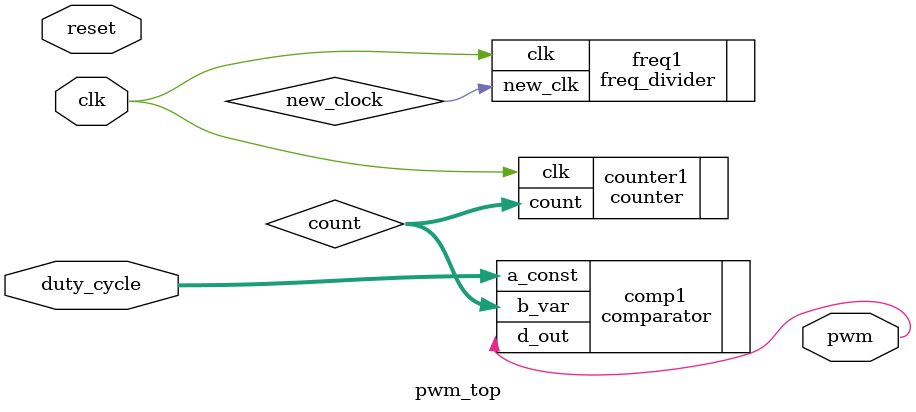
<source format=v>
`timescale 1ns / 1ps
module pwm_top(
	input wire clk, reset,
	input wire [3:0] duty_cycle,
	output pwm
	);

	wire new_clock;
	wire [3:0] count;
	
	freq_divider freq1 (
		.clk (clk),
		.new_clk (new_clock)
	);
	
	counter counter1 (
		.clk (clk),
		.count (count)
	);
	
	comparator comp1 (
		.a_const (duty_cycle),
		.b_var (count),
		.d_out (pwm)
	);

endmodule

</source>
